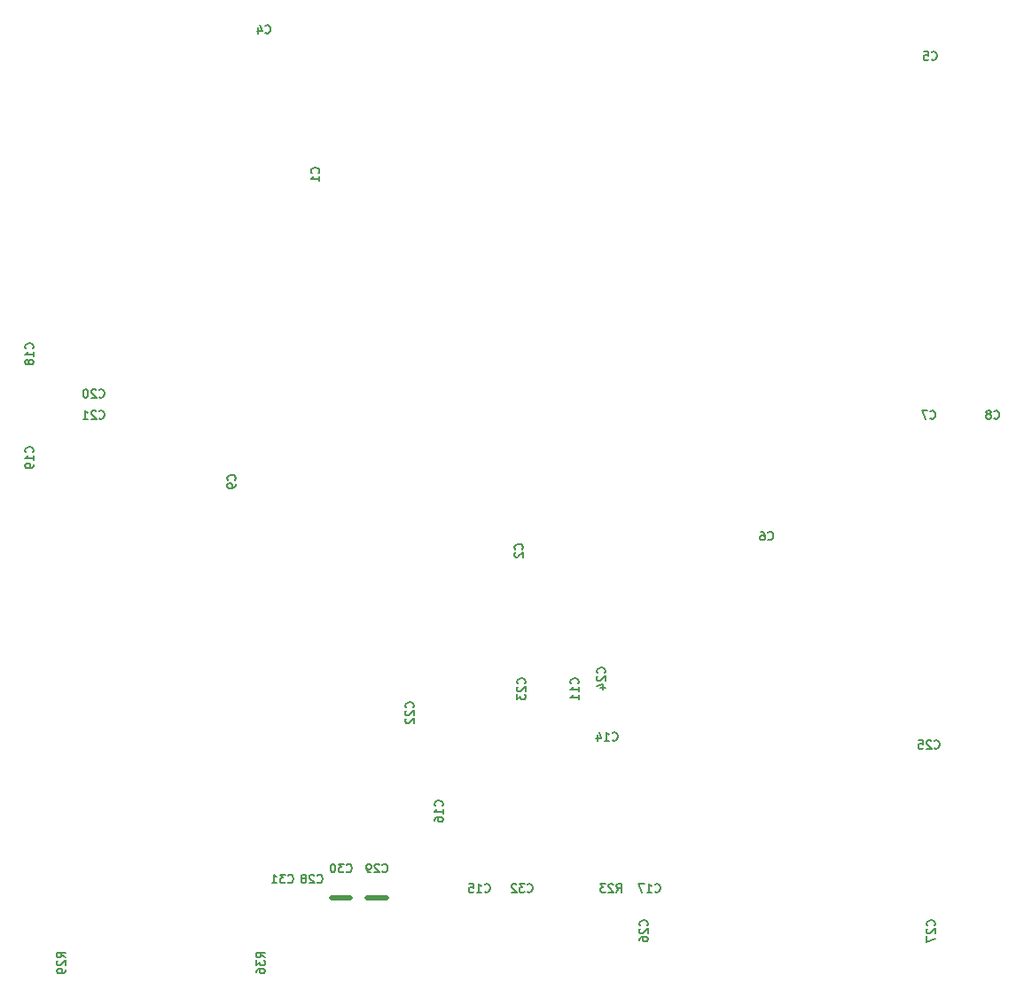
<source format=gbo>
%TF.GenerationSoftware,KiCad,Pcbnew,(5.1.10-1-10_14)*%
%TF.CreationDate,2021-08-10T22:16:19+10:00*%
%TF.ProjectId,pda6502v2,70646136-3530-4327-9632-2e6b69636164,rev?*%
%TF.SameCoordinates,Original*%
%TF.FileFunction,Legend,Bot*%
%TF.FilePolarity,Positive*%
%FSLAX46Y46*%
G04 Gerber Fmt 4.6, Leading zero omitted, Abs format (unit mm)*
G04 Created by KiCad (PCBNEW (5.1.10-1-10_14)) date 2021-08-10 22:16:19*
%MOMM*%
%LPD*%
G01*
G04 APERTURE LIST*
%ADD10C,0.480000*%
%ADD11C,0.150000*%
G04 APERTURE END LIST*
D10*
%TO.C,C30*%
X131688000Y-128886000D02*
X133488000Y-128886000D01*
%TO.C,C29*%
X135117000Y-128886000D02*
X136917000Y-128886000D01*
%TO.C,C30*%
D11*
X133102285Y-126396714D02*
X133140380Y-126434809D01*
X133254666Y-126472904D01*
X133330857Y-126472904D01*
X133445142Y-126434809D01*
X133521333Y-126358619D01*
X133559428Y-126282428D01*
X133597523Y-126130047D01*
X133597523Y-126015761D01*
X133559428Y-125863380D01*
X133521333Y-125787190D01*
X133445142Y-125711000D01*
X133330857Y-125672904D01*
X133254666Y-125672904D01*
X133140380Y-125711000D01*
X133102285Y-125749095D01*
X132835619Y-125672904D02*
X132340380Y-125672904D01*
X132607047Y-125977666D01*
X132492761Y-125977666D01*
X132416571Y-126015761D01*
X132378476Y-126053857D01*
X132340380Y-126130047D01*
X132340380Y-126320523D01*
X132378476Y-126396714D01*
X132416571Y-126434809D01*
X132492761Y-126472904D01*
X132721333Y-126472904D01*
X132797523Y-126434809D01*
X132835619Y-126396714D01*
X131845142Y-125672904D02*
X131768952Y-125672904D01*
X131692761Y-125711000D01*
X131654666Y-125749095D01*
X131616571Y-125825285D01*
X131578476Y-125977666D01*
X131578476Y-126168142D01*
X131616571Y-126320523D01*
X131654666Y-126396714D01*
X131692761Y-126434809D01*
X131768952Y-126472904D01*
X131845142Y-126472904D01*
X131921333Y-126434809D01*
X131959428Y-126396714D01*
X131997523Y-126320523D01*
X132035619Y-126168142D01*
X132035619Y-125977666D01*
X131997523Y-125825285D01*
X131959428Y-125749095D01*
X131921333Y-125711000D01*
X131845142Y-125672904D01*
%TO.C,C29*%
X136531285Y-126396714D02*
X136569380Y-126434809D01*
X136683666Y-126472904D01*
X136759857Y-126472904D01*
X136874142Y-126434809D01*
X136950333Y-126358619D01*
X136988428Y-126282428D01*
X137026523Y-126130047D01*
X137026523Y-126015761D01*
X136988428Y-125863380D01*
X136950333Y-125787190D01*
X136874142Y-125711000D01*
X136759857Y-125672904D01*
X136683666Y-125672904D01*
X136569380Y-125711000D01*
X136531285Y-125749095D01*
X136226523Y-125749095D02*
X136188428Y-125711000D01*
X136112238Y-125672904D01*
X135921761Y-125672904D01*
X135845571Y-125711000D01*
X135807476Y-125749095D01*
X135769380Y-125825285D01*
X135769380Y-125901476D01*
X135807476Y-126015761D01*
X136264619Y-126472904D01*
X135769380Y-126472904D01*
X135388428Y-126472904D02*
X135236047Y-126472904D01*
X135159857Y-126434809D01*
X135121761Y-126396714D01*
X135045571Y-126282428D01*
X135007476Y-126130047D01*
X135007476Y-125825285D01*
X135045571Y-125749095D01*
X135083666Y-125711000D01*
X135159857Y-125672904D01*
X135312238Y-125672904D01*
X135388428Y-125711000D01*
X135426523Y-125749095D01*
X135464619Y-125825285D01*
X135464619Y-126015761D01*
X135426523Y-126091952D01*
X135388428Y-126130047D01*
X135312238Y-126168142D01*
X135159857Y-126168142D01*
X135083666Y-126130047D01*
X135045571Y-126091952D01*
X135007476Y-126015761D01*
%TO.C,C31*%
X127514285Y-127412714D02*
X127552380Y-127450809D01*
X127666666Y-127488904D01*
X127742857Y-127488904D01*
X127857142Y-127450809D01*
X127933333Y-127374619D01*
X127971428Y-127298428D01*
X128009523Y-127146047D01*
X128009523Y-127031761D01*
X127971428Y-126879380D01*
X127933333Y-126803190D01*
X127857142Y-126727000D01*
X127742857Y-126688904D01*
X127666666Y-126688904D01*
X127552380Y-126727000D01*
X127514285Y-126765095D01*
X127247619Y-126688904D02*
X126752380Y-126688904D01*
X127019047Y-126993666D01*
X126904761Y-126993666D01*
X126828571Y-127031761D01*
X126790476Y-127069857D01*
X126752380Y-127146047D01*
X126752380Y-127336523D01*
X126790476Y-127412714D01*
X126828571Y-127450809D01*
X126904761Y-127488904D01*
X127133333Y-127488904D01*
X127209523Y-127450809D01*
X127247619Y-127412714D01*
X125990476Y-127488904D02*
X126447619Y-127488904D01*
X126219047Y-127488904D02*
X126219047Y-126688904D01*
X126295238Y-126803190D01*
X126371428Y-126879380D01*
X126447619Y-126917476D01*
%TO.C,C28*%
X130308285Y-127412714D02*
X130346380Y-127450809D01*
X130460666Y-127488904D01*
X130536857Y-127488904D01*
X130651142Y-127450809D01*
X130727333Y-127374619D01*
X130765428Y-127298428D01*
X130803523Y-127146047D01*
X130803523Y-127031761D01*
X130765428Y-126879380D01*
X130727333Y-126803190D01*
X130651142Y-126727000D01*
X130536857Y-126688904D01*
X130460666Y-126688904D01*
X130346380Y-126727000D01*
X130308285Y-126765095D01*
X130003523Y-126765095D02*
X129965428Y-126727000D01*
X129889238Y-126688904D01*
X129698761Y-126688904D01*
X129622571Y-126727000D01*
X129584476Y-126765095D01*
X129546380Y-126841285D01*
X129546380Y-126917476D01*
X129584476Y-127031761D01*
X130041619Y-127488904D01*
X129546380Y-127488904D01*
X129089238Y-127031761D02*
X129165428Y-126993666D01*
X129203523Y-126955571D01*
X129241619Y-126879380D01*
X129241619Y-126841285D01*
X129203523Y-126765095D01*
X129165428Y-126727000D01*
X129089238Y-126688904D01*
X128936857Y-126688904D01*
X128860666Y-126727000D01*
X128822571Y-126765095D01*
X128784476Y-126841285D01*
X128784476Y-126879380D01*
X128822571Y-126955571D01*
X128860666Y-126993666D01*
X128936857Y-127031761D01*
X129089238Y-127031761D01*
X129165428Y-127069857D01*
X129203523Y-127107952D01*
X129241619Y-127184142D01*
X129241619Y-127336523D01*
X129203523Y-127412714D01*
X129165428Y-127450809D01*
X129089238Y-127488904D01*
X128936857Y-127488904D01*
X128860666Y-127450809D01*
X128822571Y-127412714D01*
X128784476Y-127336523D01*
X128784476Y-127184142D01*
X128822571Y-127107952D01*
X128860666Y-127069857D01*
X128936857Y-127031761D01*
%TO.C,C21*%
X109480285Y-83089714D02*
X109518380Y-83127809D01*
X109632666Y-83165904D01*
X109708857Y-83165904D01*
X109823142Y-83127809D01*
X109899333Y-83051619D01*
X109937428Y-82975428D01*
X109975523Y-82823047D01*
X109975523Y-82708761D01*
X109937428Y-82556380D01*
X109899333Y-82480190D01*
X109823142Y-82404000D01*
X109708857Y-82365904D01*
X109632666Y-82365904D01*
X109518380Y-82404000D01*
X109480285Y-82442095D01*
X109175523Y-82442095D02*
X109137428Y-82404000D01*
X109061238Y-82365904D01*
X108870761Y-82365904D01*
X108794571Y-82404000D01*
X108756476Y-82442095D01*
X108718380Y-82518285D01*
X108718380Y-82594476D01*
X108756476Y-82708761D01*
X109213619Y-83165904D01*
X108718380Y-83165904D01*
X107956476Y-83165904D02*
X108413619Y-83165904D01*
X108185047Y-83165904D02*
X108185047Y-82365904D01*
X108261238Y-82480190D01*
X108337428Y-82556380D01*
X108413619Y-82594476D01*
%TO.C,C20*%
X109480285Y-81057714D02*
X109518380Y-81095809D01*
X109632666Y-81133904D01*
X109708857Y-81133904D01*
X109823142Y-81095809D01*
X109899333Y-81019619D01*
X109937428Y-80943428D01*
X109975523Y-80791047D01*
X109975523Y-80676761D01*
X109937428Y-80524380D01*
X109899333Y-80448190D01*
X109823142Y-80372000D01*
X109708857Y-80333904D01*
X109632666Y-80333904D01*
X109518380Y-80372000D01*
X109480285Y-80410095D01*
X109175523Y-80410095D02*
X109137428Y-80372000D01*
X109061238Y-80333904D01*
X108870761Y-80333904D01*
X108794571Y-80372000D01*
X108756476Y-80410095D01*
X108718380Y-80486285D01*
X108718380Y-80562476D01*
X108756476Y-80676761D01*
X109213619Y-81133904D01*
X108718380Y-81133904D01*
X108223142Y-80333904D02*
X108146952Y-80333904D01*
X108070761Y-80372000D01*
X108032666Y-80410095D01*
X107994571Y-80486285D01*
X107956476Y-80638666D01*
X107956476Y-80829142D01*
X107994571Y-80981523D01*
X108032666Y-81057714D01*
X108070761Y-81095809D01*
X108146952Y-81133904D01*
X108223142Y-81133904D01*
X108299333Y-81095809D01*
X108337428Y-81057714D01*
X108375523Y-80981523D01*
X108413619Y-80829142D01*
X108413619Y-80638666D01*
X108375523Y-80486285D01*
X108337428Y-80410095D01*
X108299333Y-80372000D01*
X108223142Y-80333904D01*
%TO.C,C19*%
X103155714Y-86353714D02*
X103193809Y-86315619D01*
X103231904Y-86201333D01*
X103231904Y-86125142D01*
X103193809Y-86010857D01*
X103117619Y-85934666D01*
X103041428Y-85896571D01*
X102889047Y-85858476D01*
X102774761Y-85858476D01*
X102622380Y-85896571D01*
X102546190Y-85934666D01*
X102470000Y-86010857D01*
X102431904Y-86125142D01*
X102431904Y-86201333D01*
X102470000Y-86315619D01*
X102508095Y-86353714D01*
X103231904Y-87115619D02*
X103231904Y-86658476D01*
X103231904Y-86887047D02*
X102431904Y-86887047D01*
X102546190Y-86810857D01*
X102622380Y-86734666D01*
X102660476Y-86658476D01*
X103231904Y-87496571D02*
X103231904Y-87648952D01*
X103193809Y-87725142D01*
X103155714Y-87763238D01*
X103041428Y-87839428D01*
X102889047Y-87877523D01*
X102584285Y-87877523D01*
X102508095Y-87839428D01*
X102470000Y-87801333D01*
X102431904Y-87725142D01*
X102431904Y-87572761D01*
X102470000Y-87496571D01*
X102508095Y-87458476D01*
X102584285Y-87420380D01*
X102774761Y-87420380D01*
X102850952Y-87458476D01*
X102889047Y-87496571D01*
X102927142Y-87572761D01*
X102927142Y-87725142D01*
X102889047Y-87801333D01*
X102850952Y-87839428D01*
X102774761Y-87877523D01*
%TO.C,C18*%
X103155714Y-76447714D02*
X103193809Y-76409619D01*
X103231904Y-76295333D01*
X103231904Y-76219142D01*
X103193809Y-76104857D01*
X103117619Y-76028666D01*
X103041428Y-75990571D01*
X102889047Y-75952476D01*
X102774761Y-75952476D01*
X102622380Y-75990571D01*
X102546190Y-76028666D01*
X102470000Y-76104857D01*
X102431904Y-76219142D01*
X102431904Y-76295333D01*
X102470000Y-76409619D01*
X102508095Y-76447714D01*
X103231904Y-77209619D02*
X103231904Y-76752476D01*
X103231904Y-76981047D02*
X102431904Y-76981047D01*
X102546190Y-76904857D01*
X102622380Y-76828666D01*
X102660476Y-76752476D01*
X102774761Y-77666761D02*
X102736666Y-77590571D01*
X102698571Y-77552476D01*
X102622380Y-77514380D01*
X102584285Y-77514380D01*
X102508095Y-77552476D01*
X102470000Y-77590571D01*
X102431904Y-77666761D01*
X102431904Y-77819142D01*
X102470000Y-77895333D01*
X102508095Y-77933428D01*
X102584285Y-77971523D01*
X102622380Y-77971523D01*
X102698571Y-77933428D01*
X102736666Y-77895333D01*
X102774761Y-77819142D01*
X102774761Y-77666761D01*
X102812857Y-77590571D01*
X102850952Y-77552476D01*
X102927142Y-77514380D01*
X103079523Y-77514380D01*
X103155714Y-77552476D01*
X103193809Y-77590571D01*
X103231904Y-77666761D01*
X103231904Y-77819142D01*
X103193809Y-77895333D01*
X103155714Y-77933428D01*
X103079523Y-77971523D01*
X102927142Y-77971523D01*
X102850952Y-77933428D01*
X102812857Y-77895333D01*
X102774761Y-77819142D01*
%TO.C,C14*%
X158502285Y-113823714D02*
X158540380Y-113861809D01*
X158654666Y-113899904D01*
X158730857Y-113899904D01*
X158845142Y-113861809D01*
X158921333Y-113785619D01*
X158959428Y-113709428D01*
X158997523Y-113557047D01*
X158997523Y-113442761D01*
X158959428Y-113290380D01*
X158921333Y-113214190D01*
X158845142Y-113138000D01*
X158730857Y-113099904D01*
X158654666Y-113099904D01*
X158540380Y-113138000D01*
X158502285Y-113176095D01*
X157740380Y-113899904D02*
X158197523Y-113899904D01*
X157968952Y-113899904D02*
X157968952Y-113099904D01*
X158045142Y-113214190D01*
X158121333Y-113290380D01*
X158197523Y-113328476D01*
X157054666Y-113366571D02*
X157054666Y-113899904D01*
X157245142Y-113061809D02*
X157435619Y-113633238D01*
X156940380Y-113633238D01*
%TO.C,C32*%
X150374285Y-128301714D02*
X150412380Y-128339809D01*
X150526666Y-128377904D01*
X150602857Y-128377904D01*
X150717142Y-128339809D01*
X150793333Y-128263619D01*
X150831428Y-128187428D01*
X150869523Y-128035047D01*
X150869523Y-127920761D01*
X150831428Y-127768380D01*
X150793333Y-127692190D01*
X150717142Y-127616000D01*
X150602857Y-127577904D01*
X150526666Y-127577904D01*
X150412380Y-127616000D01*
X150374285Y-127654095D01*
X150107619Y-127577904D02*
X149612380Y-127577904D01*
X149879047Y-127882666D01*
X149764761Y-127882666D01*
X149688571Y-127920761D01*
X149650476Y-127958857D01*
X149612380Y-128035047D01*
X149612380Y-128225523D01*
X149650476Y-128301714D01*
X149688571Y-128339809D01*
X149764761Y-128377904D01*
X149993333Y-128377904D01*
X150069523Y-128339809D01*
X150107619Y-128301714D01*
X149307619Y-127654095D02*
X149269523Y-127616000D01*
X149193333Y-127577904D01*
X149002857Y-127577904D01*
X148926666Y-127616000D01*
X148888571Y-127654095D01*
X148850476Y-127730285D01*
X148850476Y-127806476D01*
X148888571Y-127920761D01*
X149345714Y-128377904D01*
X148850476Y-128377904D01*
%TO.C,C9*%
X122459714Y-89020666D02*
X122497809Y-88982571D01*
X122535904Y-88868285D01*
X122535904Y-88792095D01*
X122497809Y-88677809D01*
X122421619Y-88601619D01*
X122345428Y-88563523D01*
X122193047Y-88525428D01*
X122078761Y-88525428D01*
X121926380Y-88563523D01*
X121850190Y-88601619D01*
X121774000Y-88677809D01*
X121735904Y-88792095D01*
X121735904Y-88868285D01*
X121774000Y-88982571D01*
X121812095Y-89020666D01*
X122535904Y-89401619D02*
X122535904Y-89554000D01*
X122497809Y-89630190D01*
X122459714Y-89668285D01*
X122345428Y-89744476D01*
X122193047Y-89782571D01*
X121888285Y-89782571D01*
X121812095Y-89744476D01*
X121774000Y-89706380D01*
X121735904Y-89630190D01*
X121735904Y-89477809D01*
X121774000Y-89401619D01*
X121812095Y-89363523D01*
X121888285Y-89325428D01*
X122078761Y-89325428D01*
X122154952Y-89363523D01*
X122193047Y-89401619D01*
X122231142Y-89477809D01*
X122231142Y-89630190D01*
X122193047Y-89706380D01*
X122154952Y-89744476D01*
X122078761Y-89782571D01*
%TO.C,C27*%
X189261714Y-131565714D02*
X189299809Y-131527619D01*
X189337904Y-131413333D01*
X189337904Y-131337142D01*
X189299809Y-131222857D01*
X189223619Y-131146666D01*
X189147428Y-131108571D01*
X188995047Y-131070476D01*
X188880761Y-131070476D01*
X188728380Y-131108571D01*
X188652190Y-131146666D01*
X188576000Y-131222857D01*
X188537904Y-131337142D01*
X188537904Y-131413333D01*
X188576000Y-131527619D01*
X188614095Y-131565714D01*
X188614095Y-131870476D02*
X188576000Y-131908571D01*
X188537904Y-131984761D01*
X188537904Y-132175238D01*
X188576000Y-132251428D01*
X188614095Y-132289523D01*
X188690285Y-132327619D01*
X188766476Y-132327619D01*
X188880761Y-132289523D01*
X189337904Y-131832380D01*
X189337904Y-132327619D01*
X188537904Y-132594285D02*
X188537904Y-133127619D01*
X189337904Y-132784761D01*
%TO.C,C26*%
X161829714Y-131565714D02*
X161867809Y-131527619D01*
X161905904Y-131413333D01*
X161905904Y-131337142D01*
X161867809Y-131222857D01*
X161791619Y-131146666D01*
X161715428Y-131108571D01*
X161563047Y-131070476D01*
X161448761Y-131070476D01*
X161296380Y-131108571D01*
X161220190Y-131146666D01*
X161144000Y-131222857D01*
X161105904Y-131337142D01*
X161105904Y-131413333D01*
X161144000Y-131527619D01*
X161182095Y-131565714D01*
X161182095Y-131870476D02*
X161144000Y-131908571D01*
X161105904Y-131984761D01*
X161105904Y-132175238D01*
X161144000Y-132251428D01*
X161182095Y-132289523D01*
X161258285Y-132327619D01*
X161334476Y-132327619D01*
X161448761Y-132289523D01*
X161905904Y-131832380D01*
X161905904Y-132327619D01*
X161105904Y-133013333D02*
X161105904Y-132860952D01*
X161144000Y-132784761D01*
X161182095Y-132746666D01*
X161296380Y-132670476D01*
X161448761Y-132632380D01*
X161753523Y-132632380D01*
X161829714Y-132670476D01*
X161867809Y-132708571D01*
X161905904Y-132784761D01*
X161905904Y-132937142D01*
X161867809Y-133013333D01*
X161829714Y-133051428D01*
X161753523Y-133089523D01*
X161563047Y-133089523D01*
X161486857Y-133051428D01*
X161448761Y-133013333D01*
X161410666Y-132937142D01*
X161410666Y-132784761D01*
X161448761Y-132708571D01*
X161486857Y-132670476D01*
X161563047Y-132632380D01*
%TO.C,C25*%
X189236285Y-114585714D02*
X189274380Y-114623809D01*
X189388666Y-114661904D01*
X189464857Y-114661904D01*
X189579142Y-114623809D01*
X189655333Y-114547619D01*
X189693428Y-114471428D01*
X189731523Y-114319047D01*
X189731523Y-114204761D01*
X189693428Y-114052380D01*
X189655333Y-113976190D01*
X189579142Y-113900000D01*
X189464857Y-113861904D01*
X189388666Y-113861904D01*
X189274380Y-113900000D01*
X189236285Y-113938095D01*
X188931523Y-113938095D02*
X188893428Y-113900000D01*
X188817238Y-113861904D01*
X188626761Y-113861904D01*
X188550571Y-113900000D01*
X188512476Y-113938095D01*
X188474380Y-114014285D01*
X188474380Y-114090476D01*
X188512476Y-114204761D01*
X188969619Y-114661904D01*
X188474380Y-114661904D01*
X187750571Y-113861904D02*
X188131523Y-113861904D01*
X188169619Y-114242857D01*
X188131523Y-114204761D01*
X188055333Y-114166666D01*
X187864857Y-114166666D01*
X187788666Y-114204761D01*
X187750571Y-114242857D01*
X187712476Y-114319047D01*
X187712476Y-114509523D01*
X187750571Y-114585714D01*
X187788666Y-114623809D01*
X187864857Y-114661904D01*
X188055333Y-114661904D01*
X188131523Y-114623809D01*
X188169619Y-114585714D01*
%TO.C,C7*%
X188855333Y-83089714D02*
X188893428Y-83127809D01*
X189007714Y-83165904D01*
X189083904Y-83165904D01*
X189198190Y-83127809D01*
X189274380Y-83051619D01*
X189312476Y-82975428D01*
X189350571Y-82823047D01*
X189350571Y-82708761D01*
X189312476Y-82556380D01*
X189274380Y-82480190D01*
X189198190Y-82404000D01*
X189083904Y-82365904D01*
X189007714Y-82365904D01*
X188893428Y-82404000D01*
X188855333Y-82442095D01*
X188588666Y-82365904D02*
X188055333Y-82365904D01*
X188398190Y-83165904D01*
%TO.C,C6*%
X173361333Y-94675714D02*
X173399428Y-94713809D01*
X173513714Y-94751904D01*
X173589904Y-94751904D01*
X173704190Y-94713809D01*
X173780380Y-94637619D01*
X173818476Y-94561428D01*
X173856571Y-94409047D01*
X173856571Y-94294761D01*
X173818476Y-94142380D01*
X173780380Y-94066190D01*
X173704190Y-93990000D01*
X173589904Y-93951904D01*
X173513714Y-93951904D01*
X173399428Y-93990000D01*
X173361333Y-94028095D01*
X172675619Y-93951904D02*
X172828000Y-93951904D01*
X172904190Y-93990000D01*
X172942285Y-94028095D01*
X173018476Y-94142380D01*
X173056571Y-94294761D01*
X173056571Y-94599523D01*
X173018476Y-94675714D01*
X172980380Y-94713809D01*
X172904190Y-94751904D01*
X172751809Y-94751904D01*
X172675619Y-94713809D01*
X172637523Y-94675714D01*
X172599428Y-94599523D01*
X172599428Y-94409047D01*
X172637523Y-94332857D01*
X172675619Y-94294761D01*
X172751809Y-94256666D01*
X172904190Y-94256666D01*
X172980380Y-94294761D01*
X173018476Y-94332857D01*
X173056571Y-94409047D01*
%TO.C,C24*%
X157765714Y-107435714D02*
X157803809Y-107397619D01*
X157841904Y-107283333D01*
X157841904Y-107207142D01*
X157803809Y-107092857D01*
X157727619Y-107016666D01*
X157651428Y-106978571D01*
X157499047Y-106940476D01*
X157384761Y-106940476D01*
X157232380Y-106978571D01*
X157156190Y-107016666D01*
X157080000Y-107092857D01*
X157041904Y-107207142D01*
X157041904Y-107283333D01*
X157080000Y-107397619D01*
X157118095Y-107435714D01*
X157118095Y-107740476D02*
X157080000Y-107778571D01*
X157041904Y-107854761D01*
X157041904Y-108045238D01*
X157080000Y-108121428D01*
X157118095Y-108159523D01*
X157194285Y-108197619D01*
X157270476Y-108197619D01*
X157384761Y-108159523D01*
X157841904Y-107702380D01*
X157841904Y-108197619D01*
X157308571Y-108883333D02*
X157841904Y-108883333D01*
X157003809Y-108692857D02*
X157575238Y-108502380D01*
X157575238Y-108997619D01*
%TO.C,C23*%
X150145714Y-108451714D02*
X150183809Y-108413619D01*
X150221904Y-108299333D01*
X150221904Y-108223142D01*
X150183809Y-108108857D01*
X150107619Y-108032666D01*
X150031428Y-107994571D01*
X149879047Y-107956476D01*
X149764761Y-107956476D01*
X149612380Y-107994571D01*
X149536190Y-108032666D01*
X149460000Y-108108857D01*
X149421904Y-108223142D01*
X149421904Y-108299333D01*
X149460000Y-108413619D01*
X149498095Y-108451714D01*
X149498095Y-108756476D02*
X149460000Y-108794571D01*
X149421904Y-108870761D01*
X149421904Y-109061238D01*
X149460000Y-109137428D01*
X149498095Y-109175523D01*
X149574285Y-109213619D01*
X149650476Y-109213619D01*
X149764761Y-109175523D01*
X150221904Y-108718380D01*
X150221904Y-109213619D01*
X149421904Y-109480285D02*
X149421904Y-109975523D01*
X149726666Y-109708857D01*
X149726666Y-109823142D01*
X149764761Y-109899333D01*
X149802857Y-109937428D01*
X149879047Y-109975523D01*
X150069523Y-109975523D01*
X150145714Y-109937428D01*
X150183809Y-109899333D01*
X150221904Y-109823142D01*
X150221904Y-109594571D01*
X150183809Y-109518380D01*
X150145714Y-109480285D01*
%TO.C,C22*%
X139477714Y-110737714D02*
X139515809Y-110699619D01*
X139553904Y-110585333D01*
X139553904Y-110509142D01*
X139515809Y-110394857D01*
X139439619Y-110318666D01*
X139363428Y-110280571D01*
X139211047Y-110242476D01*
X139096761Y-110242476D01*
X138944380Y-110280571D01*
X138868190Y-110318666D01*
X138792000Y-110394857D01*
X138753904Y-110509142D01*
X138753904Y-110585333D01*
X138792000Y-110699619D01*
X138830095Y-110737714D01*
X138830095Y-111042476D02*
X138792000Y-111080571D01*
X138753904Y-111156761D01*
X138753904Y-111347238D01*
X138792000Y-111423428D01*
X138830095Y-111461523D01*
X138906285Y-111499619D01*
X138982476Y-111499619D01*
X139096761Y-111461523D01*
X139553904Y-111004380D01*
X139553904Y-111499619D01*
X138830095Y-111804380D02*
X138792000Y-111842476D01*
X138753904Y-111918666D01*
X138753904Y-112109142D01*
X138792000Y-112185333D01*
X138830095Y-112223428D01*
X138906285Y-112261523D01*
X138982476Y-112261523D01*
X139096761Y-112223428D01*
X139553904Y-111766285D01*
X139553904Y-112261523D01*
%TO.C,C17*%
X162566285Y-128301714D02*
X162604380Y-128339809D01*
X162718666Y-128377904D01*
X162794857Y-128377904D01*
X162909142Y-128339809D01*
X162985333Y-128263619D01*
X163023428Y-128187428D01*
X163061523Y-128035047D01*
X163061523Y-127920761D01*
X163023428Y-127768380D01*
X162985333Y-127692190D01*
X162909142Y-127616000D01*
X162794857Y-127577904D01*
X162718666Y-127577904D01*
X162604380Y-127616000D01*
X162566285Y-127654095D01*
X161804380Y-128377904D02*
X162261523Y-128377904D01*
X162032952Y-128377904D02*
X162032952Y-127577904D01*
X162109142Y-127692190D01*
X162185333Y-127768380D01*
X162261523Y-127806476D01*
X161537714Y-127577904D02*
X161004380Y-127577904D01*
X161347238Y-128377904D01*
%TO.C,C16*%
X142242714Y-120135714D02*
X142280809Y-120097619D01*
X142318904Y-119983333D01*
X142318904Y-119907142D01*
X142280809Y-119792857D01*
X142204619Y-119716666D01*
X142128428Y-119678571D01*
X141976047Y-119640476D01*
X141861761Y-119640476D01*
X141709380Y-119678571D01*
X141633190Y-119716666D01*
X141557000Y-119792857D01*
X141518904Y-119907142D01*
X141518904Y-119983333D01*
X141557000Y-120097619D01*
X141595095Y-120135714D01*
X142318904Y-120897619D02*
X142318904Y-120440476D01*
X142318904Y-120669047D02*
X141518904Y-120669047D01*
X141633190Y-120592857D01*
X141709380Y-120516666D01*
X141747476Y-120440476D01*
X141518904Y-121583333D02*
X141518904Y-121430952D01*
X141557000Y-121354761D01*
X141595095Y-121316666D01*
X141709380Y-121240476D01*
X141861761Y-121202380D01*
X142166523Y-121202380D01*
X142242714Y-121240476D01*
X142280809Y-121278571D01*
X142318904Y-121354761D01*
X142318904Y-121507142D01*
X142280809Y-121583333D01*
X142242714Y-121621428D01*
X142166523Y-121659523D01*
X141976047Y-121659523D01*
X141899857Y-121621428D01*
X141861761Y-121583333D01*
X141823666Y-121507142D01*
X141823666Y-121354761D01*
X141861761Y-121278571D01*
X141899857Y-121240476D01*
X141976047Y-121202380D01*
%TO.C,C15*%
X146310285Y-128301714D02*
X146348380Y-128339809D01*
X146462666Y-128377904D01*
X146538857Y-128377904D01*
X146653142Y-128339809D01*
X146729333Y-128263619D01*
X146767428Y-128187428D01*
X146805523Y-128035047D01*
X146805523Y-127920761D01*
X146767428Y-127768380D01*
X146729333Y-127692190D01*
X146653142Y-127616000D01*
X146538857Y-127577904D01*
X146462666Y-127577904D01*
X146348380Y-127616000D01*
X146310285Y-127654095D01*
X145548380Y-128377904D02*
X146005523Y-128377904D01*
X145776952Y-128377904D02*
X145776952Y-127577904D01*
X145853142Y-127692190D01*
X145929333Y-127768380D01*
X146005523Y-127806476D01*
X144824571Y-127577904D02*
X145205523Y-127577904D01*
X145243619Y-127958857D01*
X145205523Y-127920761D01*
X145129333Y-127882666D01*
X144938857Y-127882666D01*
X144862666Y-127920761D01*
X144824571Y-127958857D01*
X144786476Y-128035047D01*
X144786476Y-128225523D01*
X144824571Y-128301714D01*
X144862666Y-128339809D01*
X144938857Y-128377904D01*
X145129333Y-128377904D01*
X145205523Y-128339809D01*
X145243619Y-128301714D01*
%TO.C,C11*%
X155225714Y-108451714D02*
X155263809Y-108413619D01*
X155301904Y-108299333D01*
X155301904Y-108223142D01*
X155263809Y-108108857D01*
X155187619Y-108032666D01*
X155111428Y-107994571D01*
X154959047Y-107956476D01*
X154844761Y-107956476D01*
X154692380Y-107994571D01*
X154616190Y-108032666D01*
X154540000Y-108108857D01*
X154501904Y-108223142D01*
X154501904Y-108299333D01*
X154540000Y-108413619D01*
X154578095Y-108451714D01*
X155301904Y-109213619D02*
X155301904Y-108756476D01*
X155301904Y-108985047D02*
X154501904Y-108985047D01*
X154616190Y-108908857D01*
X154692380Y-108832666D01*
X154730476Y-108756476D01*
X155301904Y-109975523D02*
X155301904Y-109518380D01*
X155301904Y-109746952D02*
X154501904Y-109746952D01*
X154616190Y-109670761D01*
X154692380Y-109594571D01*
X154730476Y-109518380D01*
%TO.C,C8*%
X194951333Y-83089714D02*
X194989428Y-83127809D01*
X195103714Y-83165904D01*
X195179904Y-83165904D01*
X195294190Y-83127809D01*
X195370380Y-83051619D01*
X195408476Y-82975428D01*
X195446571Y-82823047D01*
X195446571Y-82708761D01*
X195408476Y-82556380D01*
X195370380Y-82480190D01*
X195294190Y-82404000D01*
X195179904Y-82365904D01*
X195103714Y-82365904D01*
X194989428Y-82404000D01*
X194951333Y-82442095D01*
X194494190Y-82708761D02*
X194570380Y-82670666D01*
X194608476Y-82632571D01*
X194646571Y-82556380D01*
X194646571Y-82518285D01*
X194608476Y-82442095D01*
X194570380Y-82404000D01*
X194494190Y-82365904D01*
X194341809Y-82365904D01*
X194265619Y-82404000D01*
X194227523Y-82442095D01*
X194189428Y-82518285D01*
X194189428Y-82556380D01*
X194227523Y-82632571D01*
X194265619Y-82670666D01*
X194341809Y-82708761D01*
X194494190Y-82708761D01*
X194570380Y-82746857D01*
X194608476Y-82784952D01*
X194646571Y-82861142D01*
X194646571Y-83013523D01*
X194608476Y-83089714D01*
X194570380Y-83127809D01*
X194494190Y-83165904D01*
X194341809Y-83165904D01*
X194265619Y-83127809D01*
X194227523Y-83089714D01*
X194189428Y-83013523D01*
X194189428Y-82861142D01*
X194227523Y-82784952D01*
X194265619Y-82746857D01*
X194341809Y-82708761D01*
%TO.C,C5*%
X188982333Y-48799714D02*
X189020428Y-48837809D01*
X189134714Y-48875904D01*
X189210904Y-48875904D01*
X189325190Y-48837809D01*
X189401380Y-48761619D01*
X189439476Y-48685428D01*
X189477571Y-48533047D01*
X189477571Y-48418761D01*
X189439476Y-48266380D01*
X189401380Y-48190190D01*
X189325190Y-48114000D01*
X189210904Y-48075904D01*
X189134714Y-48075904D01*
X189020428Y-48114000D01*
X188982333Y-48152095D01*
X188258523Y-48075904D02*
X188639476Y-48075904D01*
X188677571Y-48456857D01*
X188639476Y-48418761D01*
X188563285Y-48380666D01*
X188372809Y-48380666D01*
X188296619Y-48418761D01*
X188258523Y-48456857D01*
X188220428Y-48533047D01*
X188220428Y-48723523D01*
X188258523Y-48799714D01*
X188296619Y-48837809D01*
X188372809Y-48875904D01*
X188563285Y-48875904D01*
X188639476Y-48837809D01*
X188677571Y-48799714D01*
%TO.C,C4*%
X125355333Y-46259714D02*
X125393428Y-46297809D01*
X125507714Y-46335904D01*
X125583904Y-46335904D01*
X125698190Y-46297809D01*
X125774380Y-46221619D01*
X125812476Y-46145428D01*
X125850571Y-45993047D01*
X125850571Y-45878761D01*
X125812476Y-45726380D01*
X125774380Y-45650190D01*
X125698190Y-45574000D01*
X125583904Y-45535904D01*
X125507714Y-45535904D01*
X125393428Y-45574000D01*
X125355333Y-45612095D01*
X124669619Y-45802571D02*
X124669619Y-46335904D01*
X124860095Y-45497809D02*
X125050571Y-46069238D01*
X124555333Y-46069238D01*
%TO.C,C2*%
X149891714Y-95624666D02*
X149929809Y-95586571D01*
X149967904Y-95472285D01*
X149967904Y-95396095D01*
X149929809Y-95281809D01*
X149853619Y-95205619D01*
X149777428Y-95167523D01*
X149625047Y-95129428D01*
X149510761Y-95129428D01*
X149358380Y-95167523D01*
X149282190Y-95205619D01*
X149206000Y-95281809D01*
X149167904Y-95396095D01*
X149167904Y-95472285D01*
X149206000Y-95586571D01*
X149244095Y-95624666D01*
X149244095Y-95929428D02*
X149206000Y-95967523D01*
X149167904Y-96043714D01*
X149167904Y-96234190D01*
X149206000Y-96310380D01*
X149244095Y-96348476D01*
X149320285Y-96386571D01*
X149396476Y-96386571D01*
X149510761Y-96348476D01*
X149967904Y-95891333D01*
X149967904Y-96386571D01*
%TO.C,C1*%
X130460714Y-59683666D02*
X130498809Y-59645571D01*
X130536904Y-59531285D01*
X130536904Y-59455095D01*
X130498809Y-59340809D01*
X130422619Y-59264619D01*
X130346428Y-59226523D01*
X130194047Y-59188428D01*
X130079761Y-59188428D01*
X129927380Y-59226523D01*
X129851190Y-59264619D01*
X129775000Y-59340809D01*
X129736904Y-59455095D01*
X129736904Y-59531285D01*
X129775000Y-59645571D01*
X129813095Y-59683666D01*
X130536904Y-60445571D02*
X130536904Y-59988428D01*
X130536904Y-60217000D02*
X129736904Y-60217000D01*
X129851190Y-60140809D01*
X129927380Y-60064619D01*
X129965476Y-59988428D01*
%TO.C,R36*%
X125329904Y-134613714D02*
X124948952Y-134347047D01*
X125329904Y-134156571D02*
X124529904Y-134156571D01*
X124529904Y-134461333D01*
X124568000Y-134537523D01*
X124606095Y-134575619D01*
X124682285Y-134613714D01*
X124796571Y-134613714D01*
X124872761Y-134575619D01*
X124910857Y-134537523D01*
X124948952Y-134461333D01*
X124948952Y-134156571D01*
X124529904Y-134880380D02*
X124529904Y-135375619D01*
X124834666Y-135108952D01*
X124834666Y-135223238D01*
X124872761Y-135299428D01*
X124910857Y-135337523D01*
X124987047Y-135375619D01*
X125177523Y-135375619D01*
X125253714Y-135337523D01*
X125291809Y-135299428D01*
X125329904Y-135223238D01*
X125329904Y-134994666D01*
X125291809Y-134918476D01*
X125253714Y-134880380D01*
X124529904Y-136061333D02*
X124529904Y-135908952D01*
X124568000Y-135832761D01*
X124606095Y-135794666D01*
X124720380Y-135718476D01*
X124872761Y-135680380D01*
X125177523Y-135680380D01*
X125253714Y-135718476D01*
X125291809Y-135756571D01*
X125329904Y-135832761D01*
X125329904Y-135985142D01*
X125291809Y-136061333D01*
X125253714Y-136099428D01*
X125177523Y-136137523D01*
X124987047Y-136137523D01*
X124910857Y-136099428D01*
X124872761Y-136061333D01*
X124834666Y-135985142D01*
X124834666Y-135832761D01*
X124872761Y-135756571D01*
X124910857Y-135718476D01*
X124987047Y-135680380D01*
%TO.C,R29*%
X106279904Y-134613714D02*
X105898952Y-134347047D01*
X106279904Y-134156571D02*
X105479904Y-134156571D01*
X105479904Y-134461333D01*
X105518000Y-134537523D01*
X105556095Y-134575619D01*
X105632285Y-134613714D01*
X105746571Y-134613714D01*
X105822761Y-134575619D01*
X105860857Y-134537523D01*
X105898952Y-134461333D01*
X105898952Y-134156571D01*
X105556095Y-134918476D02*
X105518000Y-134956571D01*
X105479904Y-135032761D01*
X105479904Y-135223238D01*
X105518000Y-135299428D01*
X105556095Y-135337523D01*
X105632285Y-135375619D01*
X105708476Y-135375619D01*
X105822761Y-135337523D01*
X106279904Y-134880380D01*
X106279904Y-135375619D01*
X106279904Y-135756571D02*
X106279904Y-135908952D01*
X106241809Y-135985142D01*
X106203714Y-136023238D01*
X106089428Y-136099428D01*
X105937047Y-136137523D01*
X105632285Y-136137523D01*
X105556095Y-136099428D01*
X105518000Y-136061333D01*
X105479904Y-135985142D01*
X105479904Y-135832761D01*
X105518000Y-135756571D01*
X105556095Y-135718476D01*
X105632285Y-135680380D01*
X105822761Y-135680380D01*
X105898952Y-135718476D01*
X105937047Y-135756571D01*
X105975142Y-135832761D01*
X105975142Y-135985142D01*
X105937047Y-136061333D01*
X105898952Y-136099428D01*
X105822761Y-136137523D01*
%TO.C,R23*%
X158883285Y-128377904D02*
X159149952Y-127996952D01*
X159340428Y-128377904D02*
X159340428Y-127577904D01*
X159035666Y-127577904D01*
X158959476Y-127616000D01*
X158921380Y-127654095D01*
X158883285Y-127730285D01*
X158883285Y-127844571D01*
X158921380Y-127920761D01*
X158959476Y-127958857D01*
X159035666Y-127996952D01*
X159340428Y-127996952D01*
X158578523Y-127654095D02*
X158540428Y-127616000D01*
X158464238Y-127577904D01*
X158273761Y-127577904D01*
X158197571Y-127616000D01*
X158159476Y-127654095D01*
X158121380Y-127730285D01*
X158121380Y-127806476D01*
X158159476Y-127920761D01*
X158616619Y-128377904D01*
X158121380Y-128377904D01*
X157854714Y-127577904D02*
X157359476Y-127577904D01*
X157626142Y-127882666D01*
X157511857Y-127882666D01*
X157435666Y-127920761D01*
X157397571Y-127958857D01*
X157359476Y-128035047D01*
X157359476Y-128225523D01*
X157397571Y-128301714D01*
X157435666Y-128339809D01*
X157511857Y-128377904D01*
X157740428Y-128377904D01*
X157816619Y-128339809D01*
X157854714Y-128301714D01*
%TD*%
M02*

</source>
